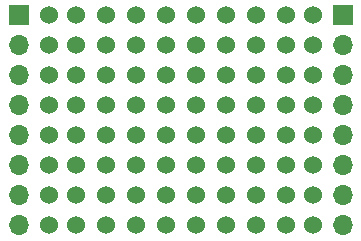
<source format=gbr>
%TF.GenerationSoftware,KiCad,Pcbnew,(6.0.2)*%
%TF.CreationDate,2022-07-09T21:38:24+01:00*%
%TF.ProjectId,protoboard,70726f74-6f62-46f6-9172-642e6b696361,rev?*%
%TF.SameCoordinates,Original*%
%TF.FileFunction,Soldermask,Bot*%
%TF.FilePolarity,Negative*%
%FSLAX46Y46*%
G04 Gerber Fmt 4.6, Leading zero omitted, Abs format (unit mm)*
G04 Created by KiCad (PCBNEW (6.0.2)) date 2022-07-09 21:38:24*
%MOMM*%
%LPD*%
G01*
G04 APERTURE LIST*
%ADD10C,1.524000*%
%ADD11R,1.700000X1.700000*%
%ADD12O,1.700000X1.700000*%
G04 APERTURE END LIST*
D10*
%TO.C,69*%
X11190000Y-20130000D03*
%TD*%
%TO.C,72*%
X18810000Y-20130000D03*
%TD*%
%TO.C,68*%
X8650000Y-20130000D03*
%TD*%
%TO.C,70*%
X13730000Y-20130000D03*
%TD*%
%TO.C,71*%
X16270000Y-20130000D03*
%TD*%
%TO.C,67*%
X6110000Y-20130000D03*
%TD*%
%TO.C,74*%
X23890000Y-20130000D03*
%TD*%
%TO.C,73*%
X21350000Y-20130000D03*
%TD*%
%TO.C,61*%
X11190000Y-17590000D03*
%TD*%
%TO.C,64*%
X18810000Y-17590000D03*
%TD*%
%TO.C,60*%
X8650000Y-17590000D03*
%TD*%
%TO.C,62*%
X13730000Y-17590000D03*
%TD*%
%TO.C,63*%
X16270000Y-17590000D03*
%TD*%
%TO.C,59*%
X6110000Y-17590000D03*
%TD*%
%TO.C,66*%
X23890000Y-17590000D03*
%TD*%
%TO.C,65*%
X21350000Y-17590000D03*
%TD*%
%TO.C,REF\u002A\u002A*%
X3810000Y-2357800D03*
%TD*%
%TO.C,11*%
X6110000Y-4890000D03*
%TD*%
%TO.C,31*%
X6110000Y-9970000D03*
%TD*%
%TO.C,51*%
X6110000Y-15050000D03*
%TD*%
%TO.C,24*%
X13730000Y-7430000D03*
%TD*%
%TO.C,55*%
X16270000Y-15050000D03*
%TD*%
%TO.C,17*%
X21350000Y-4890000D03*
%TD*%
%TO.C,REF\u002A\u002A10*%
X26190000Y-9977800D03*
%TD*%
%TO.C,37*%
X21350000Y-9970000D03*
%TD*%
%TO.C,54*%
X13730000Y-15050000D03*
%TD*%
%TO.C,47*%
X21350000Y-12510000D03*
%TD*%
%TO.C,46*%
X18810000Y-12510000D03*
%TD*%
%TO.C,28*%
X23890000Y-7430000D03*
%TD*%
%TO.C,REF\u002A\u002A11*%
X26190000Y-12517800D03*
%TD*%
%TO.C,38*%
X23890000Y-9970000D03*
%TD*%
%TO.C,8*%
X23890000Y-2350000D03*
%TD*%
%TO.C,18*%
X23890000Y-4890000D03*
%TD*%
%TO.C,43*%
X11190000Y-12510000D03*
%TD*%
%TO.C,REF\u002A\u002A5*%
X3810000Y-15057800D03*
%TD*%
%TO.C,REF\u002A\u002A12*%
X26190000Y-15057800D03*
%TD*%
%TO.C,44*%
X13730000Y-12510000D03*
%TD*%
%TO.C,3*%
X11190000Y-2350000D03*
%TD*%
%TO.C,56*%
X18810000Y-15050000D03*
%TD*%
%TO.C,12*%
X8650000Y-4890000D03*
%TD*%
%TO.C,1*%
X6110000Y-2350000D03*
%TD*%
%TO.C,6*%
X18810000Y-2350000D03*
%TD*%
%TO.C,21*%
X6110000Y-7430000D03*
%TD*%
%TO.C,26*%
X18810000Y-7430000D03*
%TD*%
%TO.C,53*%
X11190000Y-15050000D03*
%TD*%
%TO.C,27*%
X21350000Y-7430000D03*
%TD*%
%TO.C,REF\u002A\u002A13*%
X26190000Y-17597800D03*
%TD*%
%TO.C,14*%
X13730000Y-4890000D03*
%TD*%
%TO.C,2*%
X8650000Y-2350000D03*
%TD*%
%TO.C,35*%
X16270000Y-9970000D03*
%TD*%
%TO.C,42*%
X8650000Y-12510000D03*
%TD*%
%TO.C,58*%
X23890000Y-15050000D03*
%TD*%
%TO.C,REF\u002A\u002A14*%
X26190000Y-20137800D03*
%TD*%
%TO.C,52*%
X8650000Y-15050000D03*
%TD*%
%TO.C,25*%
X16270000Y-7430000D03*
%TD*%
%TO.C,REF\u002A\u002A7*%
X3810000Y-20137800D03*
%TD*%
%TO.C,REF\u002A\u002A*%
X26190000Y-2357800D03*
%TD*%
%TO.C,REF\u002A\u002A4*%
X3810000Y-12517800D03*
%TD*%
%TO.C,33*%
X11190000Y-9970000D03*
%TD*%
%TO.C,36*%
X18810000Y-9970000D03*
%TD*%
D11*
%TO.C,J3*%
X28730000Y-2357800D03*
D12*
X28730000Y-4897800D03*
X28730000Y-7437800D03*
X28730000Y-9977800D03*
X28730000Y-12517800D03*
X28730000Y-15057800D03*
X28730000Y-17597800D03*
X28730000Y-20137800D03*
%TD*%
D10*
%TO.C,REF\u002A\u002A1*%
X3810000Y-4897800D03*
%TD*%
%TO.C,45*%
X16270000Y-12510000D03*
%TD*%
%TO.C,32*%
X8650000Y-9970000D03*
%TD*%
%TO.C,23*%
X11190000Y-7430000D03*
%TD*%
%TO.C,16*%
X18810000Y-4890000D03*
%TD*%
%TO.C,22*%
X8650000Y-7430000D03*
%TD*%
%TO.C,REF\u002A\u002A9*%
X26190000Y-7437800D03*
%TD*%
%TO.C,4*%
X13730000Y-2350000D03*
%TD*%
%TO.C,57*%
X21350000Y-15050000D03*
%TD*%
%TO.C,34*%
X13730000Y-9970000D03*
%TD*%
%TO.C,REF\u002A\u002A8*%
X26190000Y-4897800D03*
%TD*%
D11*
%TO.C,J2*%
X1272600Y-2357800D03*
D12*
X1272600Y-4897800D03*
X1272600Y-7437800D03*
X1272600Y-9977800D03*
X1272600Y-12517800D03*
X1272600Y-15057800D03*
X1272600Y-17597800D03*
X1272600Y-20137800D03*
%TD*%
D10*
%TO.C,13*%
X11190000Y-4890000D03*
%TD*%
%TO.C,REF\u002A\u002A6*%
X3810000Y-17597800D03*
%TD*%
%TO.C,REF\u002A\u002A2*%
X3810000Y-7437800D03*
%TD*%
%TO.C,5*%
X16270000Y-2350000D03*
%TD*%
%TO.C,15*%
X16270000Y-4890000D03*
%TD*%
%TO.C,REF\u002A\u002A3*%
X3810000Y-9977800D03*
%TD*%
%TO.C,48*%
X23890000Y-12510000D03*
%TD*%
%TO.C,7*%
X21350000Y-2350000D03*
%TD*%
%TO.C,41*%
X6110000Y-12510000D03*
%TD*%
M02*

</source>
